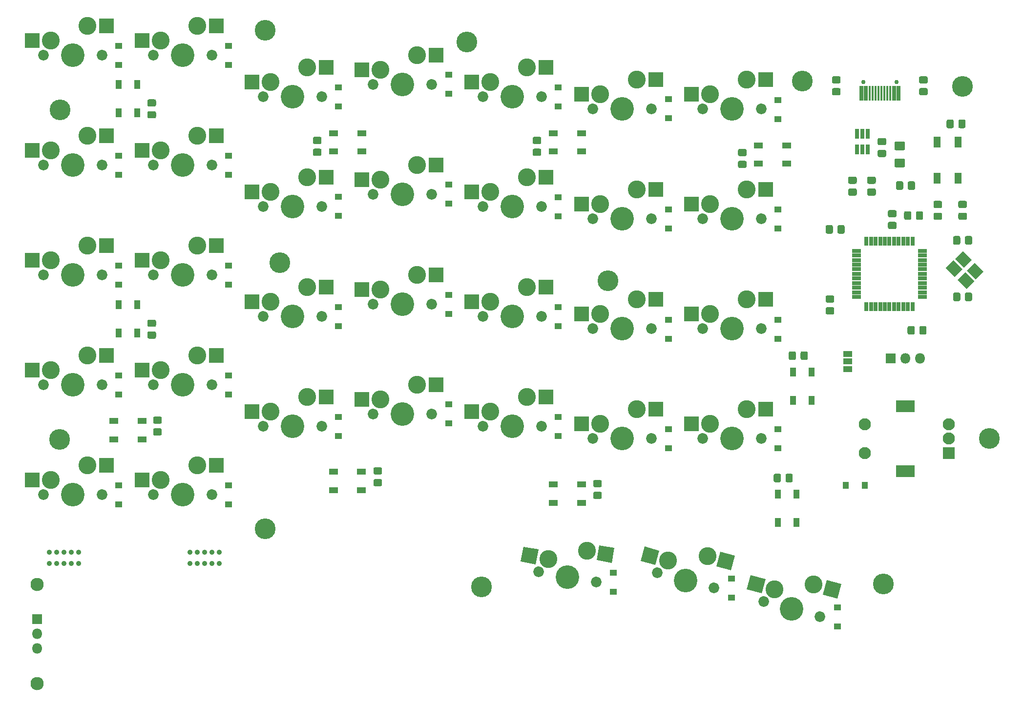
<source format=gbs>
G04 #@! TF.GenerationSoftware,KiCad,Pcbnew,(5.1.6)-1*
G04 #@! TF.CreationDate,2020-07-24T22:58:27+03:00*
G04 #@! TF.ProjectId,ergo33,6572676f-3333-42e6-9b69-6361645f7063,rev?*
G04 #@! TF.SameCoordinates,Original*
G04 #@! TF.FileFunction,Soldermask,Bot*
G04 #@! TF.FilePolarity,Negative*
%FSLAX46Y46*%
G04 Gerber Fmt 4.6, Leading zero omitted, Abs format (unit mm)*
G04 Created by KiCad (PCBNEW (5.1.6)-1) date 2020-07-24 22:58:27*
%MOMM*%
%LPD*%
G01*
G04 APERTURE LIST*
%ADD10C,0.887400*%
%ADD11C,2.300000*%
%ADD12O,1.800000X1.800000*%
%ADD13R,1.800000X1.800000*%
%ADD14C,0.100000*%
%ADD15C,3.600000*%
%ADD16R,0.750000X1.660000*%
%ADD17R,0.700000X2.550000*%
%ADD18R,0.400000X2.550000*%
%ADD19C,0.750000*%
%ADD20C,3.100000*%
%ADD21C,4.087800*%
%ADD22C,1.850000*%
%ADD23R,2.650000X2.600000*%
%ADD24C,2.100000*%
%ADD25R,3.300000X2.100000*%
%ADD26R,2.100000X2.100000*%
%ADD27R,0.650000X1.600000*%
%ADD28R,1.600000X0.650000*%
%ADD29R,1.200000X1.900000*%
%ADD30R,1.100000X1.600000*%
%ADD31R,1.600000X1.100000*%
%ADD32R,1.000000X1.300000*%
%ADD33R,1.300000X1.000000*%
G04 APERTURE END LIST*
D10*
X56200000Y-114446000D03*
X57470000Y-114446000D03*
X58740000Y-114446000D03*
X54930000Y-114446000D03*
X53660000Y-114446000D03*
X56200000Y-116400000D03*
X57470000Y-116400000D03*
X58740000Y-116400000D03*
X54930000Y-116400000D03*
X53660000Y-116400000D03*
X31800000Y-114446000D03*
X33070000Y-114446000D03*
X34340000Y-114446000D03*
X30530000Y-114446000D03*
X29260000Y-114446000D03*
X29260000Y-116400000D03*
X30530000Y-116400000D03*
X34340000Y-116400000D03*
X33070000Y-116400000D03*
X31800000Y-116400000D03*
D11*
X27100000Y-137250000D03*
X27100000Y-120100000D03*
D12*
X27110000Y-131200000D03*
X27110000Y-128660000D03*
D13*
X27110000Y-126120000D03*
D14*
G36*
X191235777Y-65837968D02*
G01*
X189892274Y-67181471D01*
X188336639Y-65625836D01*
X189680142Y-64282333D01*
X191235777Y-65837968D01*
G37*
G36*
X189185167Y-63787358D02*
G01*
X187841664Y-65130861D01*
X186286029Y-63575226D01*
X187629532Y-62231723D01*
X189185167Y-63787358D01*
G37*
G36*
X187558821Y-65413704D02*
G01*
X186215318Y-66757207D01*
X184659683Y-65201572D01*
X186003186Y-63858069D01*
X187558821Y-65413704D01*
G37*
G36*
X189609431Y-67464314D02*
G01*
X188265928Y-68807817D01*
X186710293Y-67252182D01*
X188053796Y-65908679D01*
X189609431Y-67464314D01*
G37*
G36*
G01*
X176042544Y-46225000D02*
X177357456Y-46225000D01*
G75*
G02*
X177625000Y-46492544I0J-267544D01*
G01*
X177625000Y-47482456D01*
G75*
G02*
X177357456Y-47750000I-267544J0D01*
G01*
X176042544Y-47750000D01*
G75*
G02*
X175775000Y-47482456I0J267544D01*
G01*
X175775000Y-46492544D01*
G75*
G02*
X176042544Y-46225000I267544J0D01*
G01*
G37*
G36*
G01*
X176042544Y-43250000D02*
X177357456Y-43250000D01*
G75*
G02*
X177625000Y-43517544I0J-267544D01*
G01*
X177625000Y-44507456D01*
G75*
G02*
X177357456Y-44775000I-267544J0D01*
G01*
X176042544Y-44775000D01*
G75*
G02*
X175775000Y-44507456I0J267544D01*
G01*
X175775000Y-43517544D01*
G75*
G02*
X176042544Y-43250000I267544J0D01*
G01*
G37*
G36*
G01*
X181278262Y-33200000D02*
X180321738Y-33200000D01*
G75*
G02*
X180050000Y-32928262I0J271738D01*
G01*
X180050000Y-32221738D01*
G75*
G02*
X180321738Y-31950000I271738J0D01*
G01*
X181278262Y-31950000D01*
G75*
G02*
X181550000Y-32221738I0J-271738D01*
G01*
X181550000Y-32928262D01*
G75*
G02*
X181278262Y-33200000I-271738J0D01*
G01*
G37*
G36*
G01*
X181278262Y-35250000D02*
X180321738Y-35250000D01*
G75*
G02*
X180050000Y-34978262I0J271738D01*
G01*
X180050000Y-34271738D01*
G75*
G02*
X180321738Y-34000000I271738J0D01*
G01*
X181278262Y-34000000D01*
G75*
G02*
X181550000Y-34271738I0J-271738D01*
G01*
X181550000Y-34978262D01*
G75*
G02*
X181278262Y-35250000I-271738J0D01*
G01*
G37*
G36*
G01*
X166178262Y-33200000D02*
X165221738Y-33200000D01*
G75*
G02*
X164950000Y-32928262I0J271738D01*
G01*
X164950000Y-32221738D01*
G75*
G02*
X165221738Y-31950000I271738J0D01*
G01*
X166178262Y-31950000D01*
G75*
G02*
X166450000Y-32221738I0J-271738D01*
G01*
X166450000Y-32928262D01*
G75*
G02*
X166178262Y-33200000I-271738J0D01*
G01*
G37*
G36*
G01*
X166178262Y-35250000D02*
X165221738Y-35250000D01*
G75*
G02*
X164950000Y-34978262I0J271738D01*
G01*
X164950000Y-34271738D01*
G75*
G02*
X165221738Y-34000000I271738J0D01*
G01*
X166178262Y-34000000D01*
G75*
G02*
X166450000Y-34271738I0J-271738D01*
G01*
X166450000Y-34978262D01*
G75*
G02*
X166178262Y-35250000I-271738J0D01*
G01*
G37*
G36*
G01*
X164121738Y-72000000D02*
X165078262Y-72000000D01*
G75*
G02*
X165350000Y-72271738I0J-271738D01*
G01*
X165350000Y-72978262D01*
G75*
G02*
X165078262Y-73250000I-271738J0D01*
G01*
X164121738Y-73250000D01*
G75*
G02*
X163850000Y-72978262I0J271738D01*
G01*
X163850000Y-72271738D01*
G75*
G02*
X164121738Y-72000000I271738J0D01*
G01*
G37*
G36*
G01*
X164121738Y-69950000D02*
X165078262Y-69950000D01*
G75*
G02*
X165350000Y-70221738I0J-271738D01*
G01*
X165350000Y-70928262D01*
G75*
G02*
X165078262Y-71200000I-271738J0D01*
G01*
X164121738Y-71200000D01*
G75*
G02*
X163850000Y-70928262I0J271738D01*
G01*
X163850000Y-70221738D01*
G75*
G02*
X164121738Y-69950000I271738J0D01*
G01*
G37*
G36*
G01*
X172278262Y-50600000D02*
X171321738Y-50600000D01*
G75*
G02*
X171050000Y-50328262I0J271738D01*
G01*
X171050000Y-49621738D01*
G75*
G02*
X171321738Y-49350000I271738J0D01*
G01*
X172278262Y-49350000D01*
G75*
G02*
X172550000Y-49621738I0J-271738D01*
G01*
X172550000Y-50328262D01*
G75*
G02*
X172278262Y-50600000I-271738J0D01*
G01*
G37*
G36*
G01*
X172278262Y-52650000D02*
X171321738Y-52650000D01*
G75*
G02*
X171050000Y-52378262I0J271738D01*
G01*
X171050000Y-51671738D01*
G75*
G02*
X171321738Y-51400000I271738J0D01*
G01*
X172278262Y-51400000D01*
G75*
G02*
X172550000Y-51671738I0J-271738D01*
G01*
X172550000Y-52378262D01*
G75*
G02*
X172278262Y-52650000I-271738J0D01*
G01*
G37*
G36*
G01*
X168978262Y-50600000D02*
X168021738Y-50600000D01*
G75*
G02*
X167750000Y-50328262I0J271738D01*
G01*
X167750000Y-49621738D01*
G75*
G02*
X168021738Y-49350000I271738J0D01*
G01*
X168978262Y-49350000D01*
G75*
G02*
X169250000Y-49621738I0J-271738D01*
G01*
X169250000Y-50328262D01*
G75*
G02*
X168978262Y-50600000I-271738J0D01*
G01*
G37*
G36*
G01*
X168978262Y-52650000D02*
X168021738Y-52650000D01*
G75*
G02*
X167750000Y-52378262I0J271738D01*
G01*
X167750000Y-51671738D01*
G75*
G02*
X168021738Y-51400000I271738J0D01*
G01*
X168978262Y-51400000D01*
G75*
G02*
X169250000Y-51671738I0J-271738D01*
G01*
X169250000Y-52378262D01*
G75*
G02*
X168978262Y-52650000I-271738J0D01*
G01*
G37*
G36*
G01*
X183778262Y-54800000D02*
X182821738Y-54800000D01*
G75*
G02*
X182550000Y-54528262I0J271738D01*
G01*
X182550000Y-53821738D01*
G75*
G02*
X182821738Y-53550000I271738J0D01*
G01*
X183778262Y-53550000D01*
G75*
G02*
X184050000Y-53821738I0J-271738D01*
G01*
X184050000Y-54528262D01*
G75*
G02*
X183778262Y-54800000I-271738J0D01*
G01*
G37*
G36*
G01*
X183778262Y-56850000D02*
X182821738Y-56850000D01*
G75*
G02*
X182550000Y-56578262I0J271738D01*
G01*
X182550000Y-55871738D01*
G75*
G02*
X182821738Y-55600000I271738J0D01*
G01*
X183778262Y-55600000D01*
G75*
G02*
X184050000Y-55871738I0J-271738D01*
G01*
X184050000Y-56578262D01*
G75*
G02*
X183778262Y-56850000I-271738J0D01*
G01*
G37*
G36*
G01*
X148921738Y-46600000D02*
X149878262Y-46600000D01*
G75*
G02*
X150150000Y-46871738I0J-271738D01*
G01*
X150150000Y-47578262D01*
G75*
G02*
X149878262Y-47850000I-271738J0D01*
G01*
X148921738Y-47850000D01*
G75*
G02*
X148650000Y-47578262I0J271738D01*
G01*
X148650000Y-46871738D01*
G75*
G02*
X148921738Y-46600000I271738J0D01*
G01*
G37*
G36*
G01*
X148921738Y-44550000D02*
X149878262Y-44550000D01*
G75*
G02*
X150150000Y-44821738I0J-271738D01*
G01*
X150150000Y-45528262D01*
G75*
G02*
X149878262Y-45800000I-271738J0D01*
G01*
X148921738Y-45800000D01*
G75*
G02*
X148650000Y-45528262I0J271738D01*
G01*
X148650000Y-44821738D01*
G75*
G02*
X148921738Y-44550000I271738J0D01*
G01*
G37*
G36*
G01*
X174078262Y-43900000D02*
X173121738Y-43900000D01*
G75*
G02*
X172850000Y-43628262I0J271738D01*
G01*
X172850000Y-42921738D01*
G75*
G02*
X173121738Y-42650000I271738J0D01*
G01*
X174078262Y-42650000D01*
G75*
G02*
X174350000Y-42921738I0J-271738D01*
G01*
X174350000Y-43628262D01*
G75*
G02*
X174078262Y-43900000I-271738J0D01*
G01*
G37*
G36*
G01*
X174078262Y-45950000D02*
X173121738Y-45950000D01*
G75*
G02*
X172850000Y-45678262I0J271738D01*
G01*
X172850000Y-44971738D01*
G75*
G02*
X173121738Y-44700000I271738J0D01*
G01*
X174078262Y-44700000D01*
G75*
G02*
X174350000Y-44971738I0J-271738D01*
G01*
X174350000Y-45678262D01*
G75*
G02*
X174078262Y-45950000I-271738J0D01*
G01*
G37*
G36*
G01*
X186062500Y-39721738D02*
X186062500Y-40678262D01*
G75*
G02*
X185790762Y-40950000I-271738J0D01*
G01*
X185084238Y-40950000D01*
G75*
G02*
X184812500Y-40678262I0J271738D01*
G01*
X184812500Y-39721738D01*
G75*
G02*
X185084238Y-39450000I271738J0D01*
G01*
X185790762Y-39450000D01*
G75*
G02*
X186062500Y-39721738I0J-271738D01*
G01*
G37*
G36*
G01*
X188112500Y-39721738D02*
X188112500Y-40678262D01*
G75*
G02*
X187840762Y-40950000I-271738J0D01*
G01*
X187134238Y-40950000D01*
G75*
G02*
X186862500Y-40678262I0J271738D01*
G01*
X186862500Y-39721738D01*
G75*
G02*
X187134238Y-39450000I271738J0D01*
G01*
X187840762Y-39450000D01*
G75*
G02*
X188112500Y-39721738I0J-271738D01*
G01*
G37*
G36*
G01*
X175878262Y-56400000D02*
X174921738Y-56400000D01*
G75*
G02*
X174650000Y-56128262I0J271738D01*
G01*
X174650000Y-55421738D01*
G75*
G02*
X174921738Y-55150000I271738J0D01*
G01*
X175878262Y-55150000D01*
G75*
G02*
X176150000Y-55421738I0J-271738D01*
G01*
X176150000Y-56128262D01*
G75*
G02*
X175878262Y-56400000I-271738J0D01*
G01*
G37*
G36*
G01*
X175878262Y-58450000D02*
X174921738Y-58450000D01*
G75*
G02*
X174650000Y-58178262I0J271738D01*
G01*
X174650000Y-57471738D01*
G75*
G02*
X174921738Y-57200000I271738J0D01*
G01*
X175878262Y-57200000D01*
G75*
G02*
X176150000Y-57471738I0J-271738D01*
G01*
X176150000Y-58178262D01*
G75*
G02*
X175878262Y-58450000I-271738J0D01*
G01*
G37*
G36*
G01*
X165100000Y-58021738D02*
X165100000Y-58978262D01*
G75*
G02*
X164828262Y-59250000I-271738J0D01*
G01*
X164121738Y-59250000D01*
G75*
G02*
X163850000Y-58978262I0J271738D01*
G01*
X163850000Y-58021738D01*
G75*
G02*
X164121738Y-57750000I271738J0D01*
G01*
X164828262Y-57750000D01*
G75*
G02*
X165100000Y-58021738I0J-271738D01*
G01*
G37*
G36*
G01*
X167150000Y-58021738D02*
X167150000Y-58978262D01*
G75*
G02*
X166878262Y-59250000I-271738J0D01*
G01*
X166171738Y-59250000D01*
G75*
G02*
X165900000Y-58978262I0J271738D01*
G01*
X165900000Y-58021738D01*
G75*
G02*
X166171738Y-57750000I271738J0D01*
G01*
X166878262Y-57750000D01*
G75*
G02*
X167150000Y-58021738I0J-271738D01*
G01*
G37*
G36*
G01*
X179500000Y-56578262D02*
X179500000Y-55621738D01*
G75*
G02*
X179771738Y-55350000I271738J0D01*
G01*
X180478262Y-55350000D01*
G75*
G02*
X180750000Y-55621738I0J-271738D01*
G01*
X180750000Y-56578262D01*
G75*
G02*
X180478262Y-56850000I-271738J0D01*
G01*
X179771738Y-56850000D01*
G75*
G02*
X179500000Y-56578262I0J271738D01*
G01*
G37*
G36*
G01*
X177450000Y-56578262D02*
X177450000Y-55621738D01*
G75*
G02*
X177721738Y-55350000I271738J0D01*
G01*
X178428262Y-55350000D01*
G75*
G02*
X178700000Y-55621738I0J-271738D01*
G01*
X178700000Y-56578262D01*
G75*
G02*
X178428262Y-56850000I-271738J0D01*
G01*
X177721738Y-56850000D01*
G75*
G02*
X177450000Y-56578262I0J271738D01*
G01*
G37*
G36*
G01*
X158700000Y-79921738D02*
X158700000Y-80878262D01*
G75*
G02*
X158428262Y-81150000I-271738J0D01*
G01*
X157721738Y-81150000D01*
G75*
G02*
X157450000Y-80878262I0J271738D01*
G01*
X157450000Y-79921738D01*
G75*
G02*
X157721738Y-79650000I271738J0D01*
G01*
X158428262Y-79650000D01*
G75*
G02*
X158700000Y-79921738I0J-271738D01*
G01*
G37*
G36*
G01*
X160750000Y-79921738D02*
X160750000Y-80878262D01*
G75*
G02*
X160478262Y-81150000I-271738J0D01*
G01*
X159771738Y-81150000D01*
G75*
G02*
X159500000Y-80878262I0J271738D01*
G01*
X159500000Y-79921738D01*
G75*
G02*
X159771738Y-79650000I271738J0D01*
G01*
X160478262Y-79650000D01*
G75*
G02*
X160750000Y-79921738I0J-271738D01*
G01*
G37*
G36*
G01*
X156100000Y-101121738D02*
X156100000Y-102078262D01*
G75*
G02*
X155828262Y-102350000I-271738J0D01*
G01*
X155121738Y-102350000D01*
G75*
G02*
X154850000Y-102078262I0J271738D01*
G01*
X154850000Y-101121738D01*
G75*
G02*
X155121738Y-100850000I271738J0D01*
G01*
X155828262Y-100850000D01*
G75*
G02*
X156100000Y-101121738I0J-271738D01*
G01*
G37*
G36*
G01*
X158150000Y-101121738D02*
X158150000Y-102078262D01*
G75*
G02*
X157878262Y-102350000I-271738J0D01*
G01*
X157171738Y-102350000D01*
G75*
G02*
X156900000Y-102078262I0J271738D01*
G01*
X156900000Y-101121738D01*
G75*
G02*
X157171738Y-100850000I271738J0D01*
G01*
X157878262Y-100850000D01*
G75*
G02*
X158150000Y-101121738I0J-271738D01*
G01*
G37*
G36*
G01*
X124778262Y-103200000D02*
X123821738Y-103200000D01*
G75*
G02*
X123550000Y-102928262I0J271738D01*
G01*
X123550000Y-102221738D01*
G75*
G02*
X123821738Y-101950000I271738J0D01*
G01*
X124778262Y-101950000D01*
G75*
G02*
X125050000Y-102221738I0J-271738D01*
G01*
X125050000Y-102928262D01*
G75*
G02*
X124778262Y-103200000I-271738J0D01*
G01*
G37*
G36*
G01*
X124778262Y-105250000D02*
X123821738Y-105250000D01*
G75*
G02*
X123550000Y-104978262I0J271738D01*
G01*
X123550000Y-104271738D01*
G75*
G02*
X123821738Y-104000000I271738J0D01*
G01*
X124778262Y-104000000D01*
G75*
G02*
X125050000Y-104271738I0J-271738D01*
G01*
X125050000Y-104978262D01*
G75*
G02*
X124778262Y-105250000I-271738J0D01*
G01*
G37*
G36*
G01*
X86678262Y-101000000D02*
X85721738Y-101000000D01*
G75*
G02*
X85450000Y-100728262I0J271738D01*
G01*
X85450000Y-100021738D01*
G75*
G02*
X85721738Y-99750000I271738J0D01*
G01*
X86678262Y-99750000D01*
G75*
G02*
X86950000Y-100021738I0J-271738D01*
G01*
X86950000Y-100728262D01*
G75*
G02*
X86678262Y-101000000I-271738J0D01*
G01*
G37*
G36*
G01*
X86678262Y-103050000D02*
X85721738Y-103050000D01*
G75*
G02*
X85450000Y-102778262I0J271738D01*
G01*
X85450000Y-102071738D01*
G75*
G02*
X85721738Y-101800000I271738J0D01*
G01*
X86678262Y-101800000D01*
G75*
G02*
X86950000Y-102071738I0J-271738D01*
G01*
X86950000Y-102778262D01*
G75*
G02*
X86678262Y-103050000I-271738J0D01*
G01*
G37*
G36*
G01*
X48478262Y-92200000D02*
X47521738Y-92200000D01*
G75*
G02*
X47250000Y-91928262I0J271738D01*
G01*
X47250000Y-91221738D01*
G75*
G02*
X47521738Y-90950000I271738J0D01*
G01*
X48478262Y-90950000D01*
G75*
G02*
X48750000Y-91221738I0J-271738D01*
G01*
X48750000Y-91928262D01*
G75*
G02*
X48478262Y-92200000I-271738J0D01*
G01*
G37*
G36*
G01*
X48478262Y-94250000D02*
X47521738Y-94250000D01*
G75*
G02*
X47250000Y-93978262I0J271738D01*
G01*
X47250000Y-93271738D01*
G75*
G02*
X47521738Y-93000000I271738J0D01*
G01*
X48478262Y-93000000D01*
G75*
G02*
X48750000Y-93271738I0J-271738D01*
G01*
X48750000Y-93978262D01*
G75*
G02*
X48478262Y-94250000I-271738J0D01*
G01*
G37*
G36*
G01*
X46521738Y-76200000D02*
X47478262Y-76200000D01*
G75*
G02*
X47750000Y-76471738I0J-271738D01*
G01*
X47750000Y-77178262D01*
G75*
G02*
X47478262Y-77450000I-271738J0D01*
G01*
X46521738Y-77450000D01*
G75*
G02*
X46250000Y-77178262I0J271738D01*
G01*
X46250000Y-76471738D01*
G75*
G02*
X46521738Y-76200000I271738J0D01*
G01*
G37*
G36*
G01*
X46521738Y-74150000D02*
X47478262Y-74150000D01*
G75*
G02*
X47750000Y-74421738I0J-271738D01*
G01*
X47750000Y-75128262D01*
G75*
G02*
X47478262Y-75400000I-271738J0D01*
G01*
X46521738Y-75400000D01*
G75*
G02*
X46250000Y-75128262I0J271738D01*
G01*
X46250000Y-74421738D01*
G75*
G02*
X46521738Y-74150000I271738J0D01*
G01*
G37*
G36*
G01*
X46521738Y-38000000D02*
X47478262Y-38000000D01*
G75*
G02*
X47750000Y-38271738I0J-271738D01*
G01*
X47750000Y-38978262D01*
G75*
G02*
X47478262Y-39250000I-271738J0D01*
G01*
X46521738Y-39250000D01*
G75*
G02*
X46250000Y-38978262I0J271738D01*
G01*
X46250000Y-38271738D01*
G75*
G02*
X46521738Y-38000000I271738J0D01*
G01*
G37*
G36*
G01*
X46521738Y-35950000D02*
X47478262Y-35950000D01*
G75*
G02*
X47750000Y-36221738I0J-271738D01*
G01*
X47750000Y-36928262D01*
G75*
G02*
X47478262Y-37200000I-271738J0D01*
G01*
X46521738Y-37200000D01*
G75*
G02*
X46250000Y-36928262I0J271738D01*
G01*
X46250000Y-36221738D01*
G75*
G02*
X46521738Y-35950000I271738J0D01*
G01*
G37*
G36*
G01*
X75221738Y-44500000D02*
X76178262Y-44500000D01*
G75*
G02*
X76450000Y-44771738I0J-271738D01*
G01*
X76450000Y-45478262D01*
G75*
G02*
X76178262Y-45750000I-271738J0D01*
G01*
X75221738Y-45750000D01*
G75*
G02*
X74950000Y-45478262I0J271738D01*
G01*
X74950000Y-44771738D01*
G75*
G02*
X75221738Y-44500000I271738J0D01*
G01*
G37*
G36*
G01*
X75221738Y-42450000D02*
X76178262Y-42450000D01*
G75*
G02*
X76450000Y-42721738I0J-271738D01*
G01*
X76450000Y-43428262D01*
G75*
G02*
X76178262Y-43700000I-271738J0D01*
G01*
X75221738Y-43700000D01*
G75*
G02*
X74950000Y-43428262I0J271738D01*
G01*
X74950000Y-42721738D01*
G75*
G02*
X75221738Y-42450000I271738J0D01*
G01*
G37*
G36*
G01*
X113321738Y-44500000D02*
X114278262Y-44500000D01*
G75*
G02*
X114550000Y-44771738I0J-271738D01*
G01*
X114550000Y-45478262D01*
G75*
G02*
X114278262Y-45750000I-271738J0D01*
G01*
X113321738Y-45750000D01*
G75*
G02*
X113050000Y-45478262I0J271738D01*
G01*
X113050000Y-44771738D01*
G75*
G02*
X113321738Y-44500000I271738J0D01*
G01*
G37*
G36*
G01*
X113321738Y-42450000D02*
X114278262Y-42450000D01*
G75*
G02*
X114550000Y-42721738I0J-271738D01*
G01*
X114550000Y-43428262D01*
G75*
G02*
X114278262Y-43700000I-271738J0D01*
G01*
X113321738Y-43700000D01*
G75*
G02*
X113050000Y-43428262I0J271738D01*
G01*
X113050000Y-42721738D01*
G75*
G02*
X113321738Y-42450000I271738J0D01*
G01*
G37*
G36*
G01*
X178100000Y-51378262D02*
X178100000Y-50421738D01*
G75*
G02*
X178371738Y-50150000I271738J0D01*
G01*
X179078262Y-50150000D01*
G75*
G02*
X179350000Y-50421738I0J-271738D01*
G01*
X179350000Y-51378262D01*
G75*
G02*
X179078262Y-51650000I-271738J0D01*
G01*
X178371738Y-51650000D01*
G75*
G02*
X178100000Y-51378262I0J271738D01*
G01*
G37*
G36*
G01*
X176050000Y-51378262D02*
X176050000Y-50421738D01*
G75*
G02*
X176321738Y-50150000I271738J0D01*
G01*
X177028262Y-50150000D01*
G75*
G02*
X177300000Y-50421738I0J-271738D01*
G01*
X177300000Y-51378262D01*
G75*
G02*
X177028262Y-51650000I-271738J0D01*
G01*
X176321738Y-51650000D01*
G75*
G02*
X176050000Y-51378262I0J271738D01*
G01*
G37*
G36*
G01*
X180100000Y-76478262D02*
X180100000Y-75521738D01*
G75*
G02*
X180371738Y-75250000I271738J0D01*
G01*
X181078262Y-75250000D01*
G75*
G02*
X181350000Y-75521738I0J-271738D01*
G01*
X181350000Y-76478262D01*
G75*
G02*
X181078262Y-76750000I-271738J0D01*
G01*
X180371738Y-76750000D01*
G75*
G02*
X180100000Y-76478262I0J271738D01*
G01*
G37*
G36*
G01*
X178050000Y-76478262D02*
X178050000Y-75521738D01*
G75*
G02*
X178321738Y-75250000I271738J0D01*
G01*
X179028262Y-75250000D01*
G75*
G02*
X179300000Y-75521738I0J-271738D01*
G01*
X179300000Y-76478262D01*
G75*
G02*
X179028262Y-76750000I-271738J0D01*
G01*
X178321738Y-76750000D01*
G75*
G02*
X178050000Y-76478262I0J271738D01*
G01*
G37*
G36*
G01*
X188078262Y-54800000D02*
X187121738Y-54800000D01*
G75*
G02*
X186850000Y-54528262I0J271738D01*
G01*
X186850000Y-53821738D01*
G75*
G02*
X187121738Y-53550000I271738J0D01*
G01*
X188078262Y-53550000D01*
G75*
G02*
X188350000Y-53821738I0J-271738D01*
G01*
X188350000Y-54528262D01*
G75*
G02*
X188078262Y-54800000I-271738J0D01*
G01*
G37*
G36*
G01*
X188078262Y-56850000D02*
X187121738Y-56850000D01*
G75*
G02*
X186850000Y-56578262I0J271738D01*
G01*
X186850000Y-55871738D01*
G75*
G02*
X187121738Y-55600000I271738J0D01*
G01*
X188078262Y-55600000D01*
G75*
G02*
X188350000Y-55871738I0J-271738D01*
G01*
X188350000Y-56578262D01*
G75*
G02*
X188078262Y-56850000I-271738J0D01*
G01*
G37*
G36*
G01*
X187200000Y-59921738D02*
X187200000Y-60878262D01*
G75*
G02*
X186928262Y-61150000I-271738J0D01*
G01*
X186221738Y-61150000D01*
G75*
G02*
X185950000Y-60878262I0J271738D01*
G01*
X185950000Y-59921738D01*
G75*
G02*
X186221738Y-59650000I271738J0D01*
G01*
X186928262Y-59650000D01*
G75*
G02*
X187200000Y-59921738I0J-271738D01*
G01*
G37*
G36*
G01*
X189250000Y-59921738D02*
X189250000Y-60878262D01*
G75*
G02*
X188978262Y-61150000I-271738J0D01*
G01*
X188271738Y-61150000D01*
G75*
G02*
X188000000Y-60878262I0J271738D01*
G01*
X188000000Y-59921738D01*
G75*
G02*
X188271738Y-59650000I271738J0D01*
G01*
X188978262Y-59650000D01*
G75*
G02*
X189250000Y-59921738I0J-271738D01*
G01*
G37*
G36*
G01*
X187200000Y-69721738D02*
X187200000Y-70678262D01*
G75*
G02*
X186928262Y-70950000I-271738J0D01*
G01*
X186221738Y-70950000D01*
G75*
G02*
X185950000Y-70678262I0J271738D01*
G01*
X185950000Y-69721738D01*
G75*
G02*
X186221738Y-69450000I271738J0D01*
G01*
X186928262Y-69450000D01*
G75*
G02*
X187200000Y-69721738I0J-271738D01*
G01*
G37*
G36*
G01*
X189250000Y-69721738D02*
X189250000Y-70678262D01*
G75*
G02*
X188978262Y-70950000I-271738J0D01*
G01*
X188271738Y-70950000D01*
G75*
G02*
X188000000Y-70678262I0J271738D01*
G01*
X188000000Y-69721738D01*
G75*
G02*
X188271738Y-69450000I271738J0D01*
G01*
X188978262Y-69450000D01*
G75*
G02*
X189250000Y-69721738I0J-271738D01*
G01*
G37*
D15*
X159800000Y-32800000D03*
X126100000Y-67400000D03*
X101600000Y-26000000D03*
X66700000Y-24000000D03*
X69200000Y-64300000D03*
X31100000Y-37800000D03*
X31050000Y-94950000D03*
X66700000Y-110400000D03*
X104200000Y-120500000D03*
X173900000Y-120000000D03*
X192250000Y-94790000D03*
X187600000Y-33700000D03*
D16*
X170200000Y-41950000D03*
X171150000Y-41950000D03*
X169250000Y-41950000D03*
X169250000Y-44650000D03*
X170200000Y-44650000D03*
X171150000Y-44650000D03*
D17*
X176479999Y-34895000D03*
X170029999Y-34895000D03*
X175704999Y-34895000D03*
X170804999Y-34895000D03*
D18*
X171504999Y-34895000D03*
X175004999Y-34895000D03*
X172004999Y-34895000D03*
X174504999Y-34895000D03*
X172504999Y-34895000D03*
X174004999Y-34895000D03*
X173504999Y-34895000D03*
X173004999Y-34895000D03*
D19*
X176144999Y-32950000D03*
X170364999Y-32950000D03*
D20*
X150177500Y-51607500D03*
D21*
X147637500Y-56687500D03*
D20*
X143827500Y-54147500D03*
D22*
X142557500Y-56687500D03*
X152717500Y-56687500D03*
D23*
X140552500Y-54147500D03*
X153479500Y-51607500D03*
D20*
X54927500Y-42257500D03*
D21*
X52387500Y-47337500D03*
D20*
X48577500Y-44797500D03*
D22*
X47307500Y-47337500D03*
X57467500Y-47337500D03*
D23*
X45302500Y-44797500D03*
X58229500Y-42257500D03*
D20*
X112077500Y-49457500D03*
D21*
X109537500Y-54537500D03*
D20*
X105727500Y-51997500D03*
D22*
X104457500Y-54537500D03*
X114617500Y-54537500D03*
D23*
X102452500Y-51997500D03*
X115379500Y-49457500D03*
D20*
X73977500Y-68507500D03*
D21*
X71437500Y-73587500D03*
D20*
X67627500Y-71047500D03*
D22*
X66357500Y-73587500D03*
X76517500Y-73587500D03*
D23*
X64352500Y-71047500D03*
X77279500Y-68507500D03*
D24*
X170667500Y-92291250D03*
X170667500Y-97291250D03*
D25*
X177667500Y-89191250D03*
X177667500Y-100391250D03*
D24*
X185167500Y-92291250D03*
X185167500Y-94791250D03*
D26*
X185167500Y-97291250D03*
D27*
X170912500Y-60511250D03*
X171712500Y-60511250D03*
X172512500Y-60511250D03*
X173312500Y-60511250D03*
X174112500Y-60511250D03*
X174912500Y-60511250D03*
X175712500Y-60511250D03*
X176512500Y-60511250D03*
X177312500Y-60511250D03*
X178112500Y-60511250D03*
X178912500Y-60511250D03*
D28*
X180612500Y-62211250D03*
X180612500Y-63011250D03*
X180612500Y-63811250D03*
X180612500Y-64611250D03*
X180612500Y-65411250D03*
X180612500Y-66211250D03*
X180612500Y-67011250D03*
X180612500Y-67811250D03*
X180612500Y-68611250D03*
X180612500Y-69411250D03*
X180612500Y-70211250D03*
D27*
X178912500Y-71911250D03*
X178112500Y-71911250D03*
X177312500Y-71911250D03*
X176512500Y-71911250D03*
X175712500Y-71911250D03*
X174912500Y-71911250D03*
X174112500Y-71911250D03*
X173312500Y-71911250D03*
X172512500Y-71911250D03*
X171712500Y-71911250D03*
X170912500Y-71911250D03*
D28*
X169212500Y-70211250D03*
X169212500Y-69411250D03*
X169212500Y-68611250D03*
X169212500Y-67811250D03*
X169212500Y-67011250D03*
X169212500Y-66211250D03*
X169212500Y-65411250D03*
X169212500Y-64611250D03*
X169212500Y-63811250D03*
X169212500Y-63011250D03*
X169212500Y-62211250D03*
D29*
X183150000Y-43400000D03*
X186850000Y-49600000D03*
X186850000Y-43400000D03*
X183150000Y-49600000D03*
D20*
X161752002Y-120069247D03*
D21*
X157983750Y-124318750D03*
D20*
X154960973Y-120879198D03*
D22*
X153076847Y-123003949D03*
X162890653Y-125633551D03*
D14*
G36*
X150181250Y-120944333D02*
G01*
X150854179Y-118432926D01*
X153413882Y-119118797D01*
X152740953Y-121630204D01*
X150181250Y-120944333D01*
G37*
G36*
X163325173Y-121836636D02*
G01*
X163998102Y-119325229D01*
X166557805Y-120011100D01*
X165884876Y-122522507D01*
X163325173Y-121836636D01*
G37*
D20*
X143352002Y-115137997D03*
D21*
X139583750Y-119387500D03*
D20*
X136560973Y-115947948D03*
D22*
X134676847Y-118072699D03*
X144490653Y-120702301D03*
D14*
G36*
X131781250Y-116013083D02*
G01*
X132454179Y-113501676D01*
X135013882Y-114187547D01*
X134340953Y-116698954D01*
X131781250Y-116013083D01*
G37*
G36*
X144925173Y-116905386D02*
G01*
X145598102Y-114393979D01*
X148157805Y-115079850D01*
X147484876Y-117591257D01*
X144925173Y-116905386D01*
G37*
D20*
X122446044Y-114225743D03*
D21*
X119062500Y-118787500D03*
D20*
X115751449Y-115624489D03*
D22*
X114059677Y-117905367D03*
X124065323Y-119669633D03*
D14*
G36*
X110995590Y-116105957D02*
G01*
X111447075Y-113545457D01*
X114056816Y-114005625D01*
X113605331Y-116566125D01*
X110995590Y-116105957D01*
G37*
G36*
X124167267Y-115849295D02*
G01*
X124618752Y-113288795D01*
X127228493Y-113748963D01*
X126777008Y-116309463D01*
X124167267Y-115849295D01*
G37*
D20*
X54927500Y-99407500D03*
D21*
X52387500Y-104487500D03*
D20*
X48577500Y-101947500D03*
D22*
X47307500Y-104487500D03*
X57467500Y-104487500D03*
D23*
X45302500Y-101947500D03*
X58229500Y-99407500D03*
D20*
X35877500Y-99407500D03*
D21*
X33337500Y-104487500D03*
D20*
X29527500Y-101947500D03*
D22*
X28257500Y-104487500D03*
X38417500Y-104487500D03*
D23*
X26252500Y-101947500D03*
X39179500Y-99407500D03*
D20*
X150177500Y-89707500D03*
D21*
X147637500Y-94787500D03*
D20*
X143827500Y-92247500D03*
D22*
X142557500Y-94787500D03*
X152717500Y-94787500D03*
D23*
X140552500Y-92247500D03*
X153479500Y-89707500D03*
D20*
X131127500Y-89707500D03*
D21*
X128587500Y-94787500D03*
D20*
X124777500Y-92247500D03*
D22*
X123507500Y-94787500D03*
X133667500Y-94787500D03*
D23*
X121502500Y-92247500D03*
X134429500Y-89707500D03*
D20*
X112077500Y-87557500D03*
D21*
X109537500Y-92637500D03*
D20*
X105727500Y-90097500D03*
D22*
X104457500Y-92637500D03*
X114617500Y-92637500D03*
D23*
X102452500Y-90097500D03*
X115379500Y-87557500D03*
D20*
X93027500Y-85407500D03*
D21*
X90487500Y-90487500D03*
D20*
X86677500Y-87947500D03*
D22*
X85407500Y-90487500D03*
X95567500Y-90487500D03*
D23*
X83402500Y-87947500D03*
X96329500Y-85407500D03*
D20*
X73977500Y-87557500D03*
D21*
X71437500Y-92637500D03*
D20*
X67627500Y-90097500D03*
D22*
X66357500Y-92637500D03*
X76517500Y-92637500D03*
D23*
X64352500Y-90097500D03*
X77279500Y-87557500D03*
D20*
X54927500Y-80357500D03*
D21*
X52387500Y-85437500D03*
D20*
X48577500Y-82897500D03*
D22*
X47307500Y-85437500D03*
X57467500Y-85437500D03*
D23*
X45302500Y-82897500D03*
X58229500Y-80357500D03*
D20*
X35877500Y-80357500D03*
D21*
X33337500Y-85437500D03*
D20*
X29527500Y-82897500D03*
D22*
X28257500Y-85437500D03*
X38417500Y-85437500D03*
D23*
X26252500Y-82897500D03*
X39179500Y-80357500D03*
D20*
X150177500Y-70657500D03*
D21*
X147637500Y-75737500D03*
D20*
X143827500Y-73197500D03*
D22*
X142557500Y-75737500D03*
X152717500Y-75737500D03*
D23*
X140552500Y-73197500D03*
X153479500Y-70657500D03*
D20*
X131127500Y-70657500D03*
D21*
X128587500Y-75737500D03*
D20*
X124777500Y-73197500D03*
D22*
X123507500Y-75737500D03*
X133667500Y-75737500D03*
D23*
X121502500Y-73197500D03*
X134429500Y-70657500D03*
D20*
X112077500Y-68507500D03*
D21*
X109537500Y-73587500D03*
D20*
X105727500Y-71047500D03*
D22*
X104457500Y-73587500D03*
X114617500Y-73587500D03*
D23*
X102452500Y-71047500D03*
X115379500Y-68507500D03*
D20*
X93027500Y-66357500D03*
D21*
X90487500Y-71437500D03*
D20*
X86677500Y-68897500D03*
D22*
X85407500Y-71437500D03*
X95567500Y-71437500D03*
D23*
X83402500Y-68897500D03*
X96329500Y-66357500D03*
D20*
X54927500Y-61307500D03*
D21*
X52387500Y-66387500D03*
D20*
X48577500Y-63847500D03*
D22*
X47307500Y-66387500D03*
X57467500Y-66387500D03*
D23*
X45302500Y-63847500D03*
X58229500Y-61307500D03*
D20*
X35877500Y-61307500D03*
D21*
X33337500Y-66387500D03*
D20*
X29527500Y-63847500D03*
D22*
X28257500Y-66387500D03*
X38417500Y-66387500D03*
D23*
X26252500Y-63847500D03*
X39179500Y-61307500D03*
D20*
X131127500Y-51607500D03*
D21*
X128587500Y-56687500D03*
D20*
X124777500Y-54147500D03*
D22*
X123507500Y-56687500D03*
X133667500Y-56687500D03*
D23*
X121502500Y-54147500D03*
X134429500Y-51607500D03*
D20*
X93027500Y-47307500D03*
D21*
X90487500Y-52387500D03*
D20*
X86677500Y-49847500D03*
D22*
X85407500Y-52387500D03*
X95567500Y-52387500D03*
D23*
X83402500Y-49847500D03*
X96329500Y-47307500D03*
D20*
X73977500Y-49457500D03*
D21*
X71437500Y-54537500D03*
D20*
X67627500Y-51997500D03*
D22*
X66357500Y-54537500D03*
X76517500Y-54537500D03*
D23*
X64352500Y-51997500D03*
X77279500Y-49457500D03*
D20*
X35877500Y-42257500D03*
D21*
X33337500Y-47337500D03*
D20*
X29527500Y-44797500D03*
D22*
X28257500Y-47337500D03*
X38417500Y-47337500D03*
D23*
X26252500Y-44797500D03*
X39179500Y-42257500D03*
D20*
X150177500Y-32557500D03*
D21*
X147637500Y-37637500D03*
D20*
X143827500Y-35097500D03*
D22*
X142557500Y-37637500D03*
X152717500Y-37637500D03*
D23*
X140552500Y-35097500D03*
X153479500Y-32557500D03*
D20*
X131127500Y-32557500D03*
D21*
X128587500Y-37637500D03*
D20*
X124777500Y-35097500D03*
D22*
X123507500Y-37637500D03*
X133667500Y-37637500D03*
D23*
X121502500Y-35097500D03*
X134429500Y-32557500D03*
D20*
X112077500Y-30407500D03*
D21*
X109537500Y-35487500D03*
D20*
X105727500Y-32947500D03*
D22*
X104457500Y-35487500D03*
X114617500Y-35487500D03*
D23*
X102452500Y-32947500D03*
X115379500Y-30407500D03*
D20*
X93027500Y-28257500D03*
D21*
X90487500Y-33337500D03*
D20*
X86677500Y-30797500D03*
D22*
X85407500Y-33337500D03*
X95567500Y-33337500D03*
D23*
X83402500Y-30797500D03*
X96329500Y-28257500D03*
D20*
X73977500Y-30407500D03*
D21*
X71437500Y-35487500D03*
D20*
X67627500Y-32947500D03*
D22*
X66357500Y-35487500D03*
X76517500Y-35487500D03*
D23*
X64352500Y-32947500D03*
X77279500Y-30407500D03*
D20*
X54927500Y-23207500D03*
D21*
X52387500Y-28287500D03*
D20*
X48577500Y-25747500D03*
D22*
X47307500Y-28287500D03*
X57467500Y-28287500D03*
D23*
X45302500Y-25747500D03*
X58229500Y-23207500D03*
D20*
X35877500Y-23207500D03*
D21*
X33337500Y-28287500D03*
D20*
X29527500Y-25747500D03*
D22*
X28257500Y-28287500D03*
X38417500Y-28287500D03*
D23*
X26252500Y-25747500D03*
X39179500Y-23207500D03*
D30*
X158200000Y-83207000D03*
X161400000Y-83207000D03*
X158200000Y-88107000D03*
X161400000Y-88107000D03*
X155600000Y-104381250D03*
X158800000Y-104381250D03*
X155600000Y-109281250D03*
X158800000Y-109281250D03*
D31*
X121512500Y-102737500D03*
X121512500Y-105937500D03*
X116612500Y-102737500D03*
X116612500Y-105937500D03*
X83387500Y-100500000D03*
X83387500Y-103700000D03*
X78487500Y-100500000D03*
X78487500Y-103700000D03*
X45312500Y-91700000D03*
X45312500Y-94900000D03*
X40412500Y-91700000D03*
X40412500Y-94900000D03*
D30*
X44500000Y-76450000D03*
X41300000Y-76450000D03*
X44500000Y-71550000D03*
X41300000Y-71550000D03*
X44500000Y-38250000D03*
X41300000Y-38250000D03*
X44500000Y-33350000D03*
X41300000Y-33350000D03*
D31*
X78512500Y-45000000D03*
X78512500Y-41800000D03*
X83412500Y-45000000D03*
X83412500Y-41800000D03*
X116612500Y-45000000D03*
X116612500Y-41800000D03*
X121512500Y-45000000D03*
X121512500Y-41800000D03*
X152200000Y-47118750D03*
X152200000Y-43918750D03*
X157100000Y-47118750D03*
X157100000Y-43918750D03*
X167700000Y-80100000D03*
X167700000Y-82700000D03*
X167700000Y-81400000D03*
D13*
X175142500Y-80900000D03*
D12*
X177682500Y-80900000D03*
X180222500Y-80900000D03*
D32*
X170650000Y-102900000D03*
X167350000Y-102900000D03*
D33*
X165900000Y-124050000D03*
X165900000Y-127350000D03*
X147500000Y-119050000D03*
X147500000Y-122350000D03*
X127000000Y-118050000D03*
X127000000Y-121350000D03*
X60300000Y-102850000D03*
X60300000Y-106150000D03*
X41300000Y-102850000D03*
X41300000Y-106150000D03*
X155600000Y-93150000D03*
X155600000Y-96450000D03*
X136600000Y-93150000D03*
X136600000Y-96450000D03*
X117500000Y-91050000D03*
X117500000Y-94350000D03*
X98500000Y-88850000D03*
X98500000Y-92150000D03*
X79400000Y-91050000D03*
X79400000Y-94350000D03*
X60325000Y-83850000D03*
X60325000Y-87150000D03*
X41300000Y-83850000D03*
X41300000Y-87150000D03*
X155600000Y-74150000D03*
X155600000Y-77450000D03*
X136600000Y-74150000D03*
X136600000Y-77450000D03*
X117475000Y-71950000D03*
X117475000Y-75250000D03*
X98500000Y-69850000D03*
X98500000Y-73150000D03*
X79375000Y-71950000D03*
X79375000Y-75250000D03*
X60325000Y-64750000D03*
X60325000Y-68050000D03*
X41300000Y-64750000D03*
X41300000Y-68050000D03*
X155600000Y-55050000D03*
X155600000Y-58350000D03*
X136600000Y-55050000D03*
X136600000Y-58350000D03*
X117500000Y-52950000D03*
X117500000Y-56250000D03*
X98500000Y-50750000D03*
X98500000Y-54050000D03*
X79400000Y-52850000D03*
X79400000Y-56150000D03*
X60325000Y-45750000D03*
X60325000Y-49050000D03*
X41275000Y-49050000D03*
X41275000Y-45750000D03*
X155600000Y-36050000D03*
X155600000Y-39350000D03*
X136600000Y-35950000D03*
X136600000Y-39250000D03*
X117500000Y-33850000D03*
X117500000Y-37150000D03*
X98500000Y-31650000D03*
X98500000Y-34950000D03*
X79400000Y-33850000D03*
X79400000Y-37150000D03*
X60300000Y-26650000D03*
X60300000Y-29950000D03*
X41300000Y-26650000D03*
X41300000Y-29950000D03*
M02*

</source>
